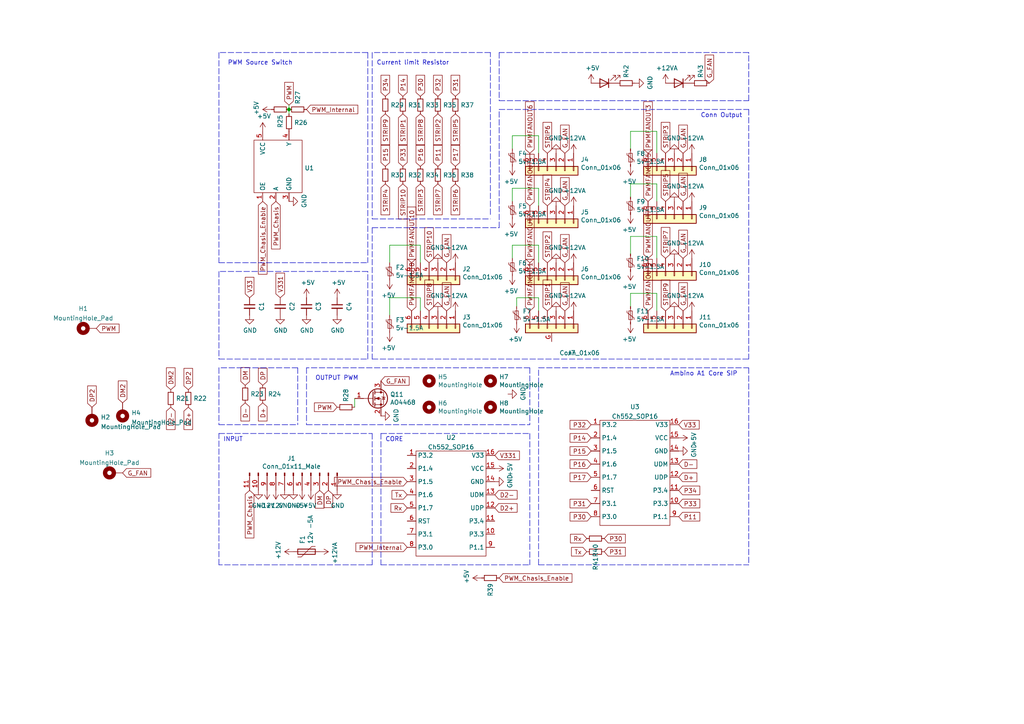
<source format=kicad_sch>
(kicad_sch (version 20211123) (generator eeschema)
  (paper "A4")
  (junction (at 83.82 31.75))
  (polyline (pts (xy 63.5 125.73) (xy 107.95 125.73)))
  (wire (pts (xy -33.02 128.27) (xy -30.48 128.27)))
  (wire (pts (xy 190.5 38.1) (xy 190.5 44.45)))
  (wire (pts (xy 182.88 73.66) (xy 182.88 68.58)))
  (polyline (pts (xy 156.21 163.83) (xy 217.17 163.83)))
  (polyline (pts (xy 110.49 125.73) (xy 153.67 125.73)))
  (polyline (pts (xy 106.68 15.24) (xy 106.68 76.2)))
  (polyline (pts (xy 153.67 106.68) (xy 88.9 106.68)))
  (polyline (pts (xy 107.95 15.24) (xy 107.95 63.5)))
  (polyline (pts (xy 144.78 66.04) (xy 144.78 31.75)))
  (polyline (pts (xy 153.67 125.73) (xy 153.67 163.83)))
  (wire (pts (xy 148.59 71.12) (xy 156.21 71.12)))
  (wire (pts (xy 148.59 39.37) (xy 156.21 39.37)))
  (wire (pts (xy -139.7 76.2) (xy -137.16 76.2)))
  (polyline (pts (xy 110.49 163.83) (xy 153.67 163.83)))
  (wire (pts (xy 148.59 58.42) (xy 148.59 54.61)))
  (polyline (pts (xy 107.95 125.73) (xy 107.95 163.83)))
  (wire (pts (xy -105.41 127) (xy -102.87 127)))
  (polyline (pts (xy 142.24 15.24) (xy 107.95 15.24)))
  (wire (pts (xy 190.5 53.34) (xy 190.5 58.42)))
  (polyline (pts (xy 217.17 15.24) (xy 144.78 15.24)))
  (polyline (pts (xy 63.5 15.24) (xy 63.5 76.2)))
  (polyline (pts (xy 106.68 104.14) (xy 106.68 78.74)))
  (wire (pts (xy -139.7 125.73) (xy -137.16 125.73)))
  (wire (pts (xy 148.59 43.18) (xy 148.59 39.37)))
  (wire (pts (xy 83.82 31.75) (xy 83.82 30.48)))
  (wire (pts (xy 182.88 38.1) (xy 190.5 38.1)))
  (polyline (pts (xy 63.5 106.68) (xy 63.5 123.19)))
  (polyline (pts (xy 156.21 106.68) (xy 217.17 106.68)))
  (wire (pts (xy -71.12 76.2) (xy -68.58 76.2)))
  (wire (pts (xy 190.5 68.58) (xy 190.5 74.93)))
  (wire (pts (xy 182.88 68.58) (xy 190.5 68.58)))
  (polyline (pts (xy 144.78 31.75) (xy 217.17 31.75)))
  (polyline (pts (xy 144.78 15.24) (xy 144.78 29.21)))
  (wire (pts (xy 156.21 39.37) (xy 156.21 44.45)))
  (wire (pts (xy 190.5 85.09) (xy 190.5 90.17)))
  (wire (pts (xy 149.86 86.36) (xy 156.21 86.36)))
  (polyline (pts (xy 88.9 123.19) (xy 153.67 123.19)))
  (polyline (pts (xy 142.24 62.23) (xy 142.24 15.24)))
  (polyline (pts (xy 63.5 123.19) (xy 86.36 123.19)))
  (wire (pts (xy 113.03 91.44) (xy 113.03 86.36)))
  (polyline (pts (xy 107.95 104.14) (xy 217.17 104.14)))
  (wire (pts (xy -105.41 76.2) (xy -102.87 76.2)))
  (wire (pts (xy 156.21 86.36) (xy 156.21 90.17)))
  (polyline (pts (xy 88.9 106.68) (xy 88.9 123.19)))
  (wire (pts (xy 182.88 88.9) (xy 182.88 85.09)))
  (wire (pts (xy 113.03 71.12) (xy 121.92 71.12)))
  (polyline (pts (xy 217.17 106.68) (xy 217.17 163.83)))
  (wire (pts (xy 156.21 54.61) (xy 156.21 59.69)))
  (polyline (pts (xy 86.36 106.68) (xy 86.36 123.19)))
  (polyline (pts (xy 63.5 163.83) (xy 63.5 125.73)))
  (polyline (pts (xy 86.36 106.68) (xy 63.5 106.68)))
  (polyline (pts (xy 63.5 104.14) (xy 106.68 104.14)))
  (wire (pts (xy 182.88 57.15) (xy 182.88 53.34)))
  (wire (pts (xy 148.59 54.61) (xy 156.21 54.61)))
  (wire (pts (xy 121.92 71.12) (xy 121.92 76.2)))
  (wire (pts (xy -172.72 76.2) (xy -170.18 76.2)))
  (wire (pts (xy -172.72 125.73) (xy -170.18 125.73)))
  (wire (pts (xy 156.21 71.12) (xy 156.21 76.2)))
  (polyline (pts (xy 144.78 29.21) (xy 217.17 29.21)))
  (wire (pts (xy 182.88 85.09) (xy 190.5 85.09)))
  (polyline (pts (xy 107.95 163.83) (xy 63.5 163.83)))
  (wire (pts (xy 182.88 53.34) (xy 190.5 53.34)))
  (polyline (pts (xy 107.95 66.04) (xy 144.78 66.04)))
  (polyline (pts (xy 63.5 78.74) (xy 63.5 104.14)))
  (wire (pts (xy 83.82 33.02) (xy 83.82 31.75)))
  (wire (pts (xy 102.87 118.11) (xy 102.87 115.57)))
  (wire (pts (xy -33.02 76.2) (xy -30.48 76.2)))
  (wire (pts (xy 148.59 74.93) (xy 148.59 71.12)))
  (wire (pts (xy -71.12 127) (xy -68.58 127)))
  (polyline (pts (xy 217.17 29.21) (xy 217.17 15.24)))
  (polyline (pts (xy 153.67 106.68) (xy 153.67 123.19)))
  (polyline (pts (xy 107.95 63.5) (xy 142.24 63.5)))
  (wire (pts (xy 113.03 86.36) (xy 121.92 86.36)))
  (wire (pts (xy 182.88 43.18) (xy 182.88 38.1)))
  (wire (pts (xy 149.86 88.9) (xy 149.86 86.36)))
  (polyline (pts (xy 110.49 125.73) (xy 110.49 163.83)))
  (polyline (pts (xy 106.68 15.24) (xy 63.5 15.24)))
  (wire (pts (xy 113.03 76.2) (xy 113.03 71.12)))
  (polyline (pts (xy 63.5 76.2) (xy 106.68 76.2)))
  (polyline (pts (xy 106.68 78.74) (xy 63.5 78.74)))
  (polyline (pts (xy 107.95 66.04) (xy 107.95 104.14)))
  (wire (pts (xy 121.92 86.36) (xy 121.92 90.17)))
  (polyline (pts (xy 217.17 31.75) (xy 217.17 104.14)))
  (polyline (pts (xy 156.21 163.83) (xy 156.21 106.68)))
  (text "Conn Output\n" (at 203.2 34.29 0) (effects (font (size 1.27 1.27)) (justify left bottom)))
  (text "Ambino A1 Core SIP" (at 194.31 109.22 0) (effects (font (size 1.27 1.27)) (justify left bottom)))
  (text "OUTPUT PWM" (at 91.44 110.49 0) (effects (font (size 1.27 1.27)) (justify left bottom)))
  (text "Current limit Resistor" (at 109.22 19.05 0) (effects (font (size 1.27 1.27)) (justify left bottom)))
  (text "CORE\n" (at 111.76 128.27 0) (effects (font (size 1.27 1.27)) (justify left bottom)))
  (text "INPUT" (at 64.77 128.27 0) (effects (font (size 1.27 1.27)) (justify left bottom)))
  (text "PWM Source Switch" (at 66.04 19.05 0) (effects (font (size 1.27 1.27)) (justify left bottom)))
  (global_label "STRIP7" (shape input) (at 193.04 74.93 90) (property "Intersheet References" "${INTERSHEET_REFS}" (effects hide)))
  (global_label "D2+" (shape input) (at 143.51 147.32 0) (property "Intersheet References" "${INTERSHEET_REFS}" (effects hide)))
  (global_label "D-" (shape input) (at 71.12 116.84 270) (property "Intersheet References" "${INTERSHEET_REFS}" (effects hide)))
  (global_label "STRIP1" (shape input) (at 158.75 90.17 90) (property "Intersheet References" "${INTERSHEET_REFS}" (effects hide)))
  (global_label "G_FAN" (shape input) (at 163.83 76.2 90) (property "Intersheet References" "${INTERSHEET_REFS}" (effects hide)))
  (global_label "V331" (shape input) (at 81.28 86.36 90) (property "Intersheet References" "${INTERSHEET_REFS}" (effects hide)))
  (global_label "PWM_Internal" (shape input) (at 118.11 158.75 180) (property "Intersheet References" "${INTERSHEET_REFS}" (effects hide)))
  (global_label "P17" (shape input) (at 171.45 138.43 180) (property "Intersheet References" "${INTERSHEET_REFS}" (effects hide)))
  (global_label "PWM_Internal" (shape input) (at 88.9 31.75 0) (property "Intersheet References" "${INTERSHEET_REFS}" (effects hide)))
  (global_label "PWMFANOUT3" (shape input) (at 187.96 44.45 90) (property "Intersheet References" "${INTERSHEET_REFS}" (effects hide)))
  (global_label "Rx" (shape input) (at 170.18 156.21 180) (property "Intersheet References" "${INTERSHEET_REFS}" (effects hide)))
  (global_label "P16" (shape input) (at 171.45 134.62 180) (property "Intersheet References" "${INTERSHEET_REFS}" (effects hide)))
  (global_label "STRIP7" (shape input) (at 127 53.34 270) (property "Intersheet References" "${INTERSHEET_REFS}" (effects hide)))
  (global_label "V33" (shape input) (at 72.39 86.36 90) (property "Intersheet References" "${INTERSHEET_REFS}" (effects hide)))
  (global_label "STRIP5" (shape input) (at 193.04 58.42 90) (property "Intersheet References" "${INTERSHEET_REFS}" (effects hide)))
  (global_label "PWMFANOUT8" (shape input) (at 119.38 90.17 90) (property "Intersheet References" "${INTERSHEET_REFS}" (effects hide)))
  (global_label "G_FAN" (shape input) (at 110.49 110.49 0) (property "Intersheet References" "${INTERSHEET_REFS}" (effects hide)))
  (global_label "STRIP5" (shape input) (at 132.08 33.02 270) (property "Intersheet References" "${INTERSHEET_REFS}" (effects hide)))
  (global_label "DP" (shape input) (at 76.2 111.76 90) (property "Intersheet References" "${INTERSHEET_REFS}" (effects hide)))
  (global_label "G_FAN" (shape input) (at 198.12 58.42 90) (property "Intersheet References" "${INTERSHEET_REFS}" (effects hide)))
  (global_label "PWM" (shape input) (at -105.41 76.2 180) (property "Intersheet References" "${INTERSHEET_REFS}" (effects hide)))
  (global_label "P30" (shape input) (at 171.45 149.86 180) (property "Intersheet References" "${INTERSHEET_REFS}" (effects hide)))
  (global_label "DP" (shape input) (at 95.25 142.24 270) (property "Intersheet References" "${INTERSHEET_REFS}" (effects hide)))
  (global_label "PWMFANOUT8" (shape input) (at -90.17 137.16 270) (property "Intersheet References" "${INTERSHEET_REFS}" (effects hide)))
  (global_label "P33" (shape input) (at 116.84 48.26 90) (property "Intersheet References" "${INTERSHEET_REFS}" (effects hide)))
  (global_label "STRIP2" (shape input) (at 127 33.02 270) (property "Intersheet References" "${INTERSHEET_REFS}" (effects hide)))
  (global_label "P32" (shape input) (at 127 27.94 90) (property "Intersheet References" "${INTERSHEET_REFS}" (effects hide)))
  (global_label "PWMFANOUT5" (shape input) (at -17.78 86.36 270) (property "Intersheet References" "${INTERSHEET_REFS}" (effects hide)))
  (global_label "D-" (shape input) (at 196.85 134.62 0) (property "Intersheet References" "${INTERSHEET_REFS}" (effects hide)))
  (global_label "STRIP4" (shape input) (at 158.75 59.69 90) (property "Intersheet References" "${INTERSHEET_REFS}" (effects hide)))
  (global_label "PWM_Chasis_Enable" (shape input) (at 144.78 167.64 0) (property "Intersheet References" "${INTERSHEET_REFS}" (effects hide)))
  (global_label "P31" (shape input) (at 171.45 146.05 180) (property "Intersheet References" "${INTERSHEET_REFS}" (effects hide)))
  (global_label "D2+" (shape input) (at 54.61 118.11 270) (property "Intersheet References" "${INTERSHEET_REFS}" (effects hide)))
  (global_label "STRIP10" (shape input) (at 116.84 53.34 270) (property "Intersheet References" "${INTERSHEET_REFS}" (effects hide)))
  (global_label "P32" (shape input) (at 171.45 123.19 180) (property "Intersheet References" "${INTERSHEET_REFS}" (effects hide)))
  (global_label "STRIP6" (shape input) (at 158.75 44.45 90) (property "Intersheet References" "${INTERSHEET_REFS}" (effects hide)))
  (global_label "P15" (shape input) (at 171.45 130.81 180) (property "Intersheet References" "${INTERSHEET_REFS}" (effects hide)))
  (global_label "DM" (shape input) (at 92.71 142.24 270) (property "Intersheet References" "${INTERSHEET_REFS}" (effects hide)))
  (global_label "PWMFANOUT5" (shape input) (at 187.96 58.42 90) (property "Intersheet References" "${INTERSHEET_REFS}" (effects hide)))
  (global_label "G_FAN" (shape input) (at 198.12 90.17 90) (property "Intersheet References" "${INTERSHEET_REFS}" (effects hide)))
  (global_label "PWMFANOUT10" (shape input) (at 119.38 76.2 90) (property "Intersheet References" "${INTERSHEET_REFS}" (effects hide)))
  (global_label "STRIP3" (shape input) (at 193.04 44.45 90) (property "Intersheet References" "${INTERSHEET_REFS}" (effects hide)))
  (global_label "DM" (shape input) (at 71.12 111.76 90) (property "Intersheet References" "${INTERSHEET_REFS}" (effects hide)))
  (global_label "STRIP8" (shape input) (at 121.92 33.02 270) (property "Intersheet References" "${INTERSHEET_REFS}" (effects hide)))
  (global_label "V33" (shape input) (at 196.85 123.19 0) (property "Intersheet References" "${INTERSHEET_REFS}" (effects hide)))
  (global_label "P17" (shape input) (at 132.08 48.26 90) (property "Intersheet References" "${INTERSHEET_REFS}" (effects hide)))
  (global_label "PWMFANOUT9" (shape input) (at -55.88 137.16 270) (property "Intersheet References" "${INTERSHEET_REFS}" (effects hide)))
  (global_label "PWM" (shape input) (at -33.02 76.2 180) (property "Intersheet References" "${INTERSHEET_REFS}" (effects hide)))
  (global_label "PWMFANOUT2" (shape input) (at -124.46 86.36 270) (property "Intersheet References" "${INTERSHEET_REFS}" (effects hide)))
  (global_label "STRIP9" (shape input) (at 193.04 90.17 90) (property "Intersheet References" "${INTERSHEET_REFS}" (effects hide)))
  (global_label "DM2" (shape input) (at 35.56 116.84 90) (property "Intersheet References" "${INTERSHEET_REFS}" (effects hide)))
  (global_label "STRIP8" (shape input) (at 124.46 90.17 90) (property "Intersheet References" "${INTERSHEET_REFS}" (effects hide)))
  (global_label "D+" (shape input) (at 76.2 116.84 270) (property "Intersheet References" "${INTERSHEET_REFS}" (effects hide)))
  (global_label "STRIP10" (shape input) (at 124.46 76.2 90) (property "Intersheet References" "${INTERSHEET_REFS}" (effects hide)))
  (global_label "PWMFANOUT3" (shape input) (at -90.17 86.36 270) (property "Intersheet References" "${INTERSHEET_REFS}" (effects hide)))
  (global_label "PWMFANOUT1" (shape input) (at -157.48 86.36 270) (property "Intersheet References" "${INTERSHEET_REFS}" (effects hide)))
  (global_label "D2-" (shape input) (at 49.53 118.11 270) (property "Intersheet References" "${INTERSHEET_REFS}" (effects hide)))
  (global_label "D+" (shape input) (at 196.85 138.43 0) (property "Intersheet References" "${INTERSHEET_REFS}" (effects hide)))
  (global_label "PWMFANOUT7" (shape input) (at -124.46 135.89 270) (property "Intersheet References" "${INTERSHEET_REFS}" (effects hide)))
  (global_label "PWM" (shape input) (at -71.12 76.2 180) (property "Intersheet References" "${INTERSHEET_REFS}" (effects hide)))
  (global_label "G_FAN" (shape input) (at 129.54 76.2 90) (property "Intersheet References" "${INTERSHEET_REFS}" (effects hide)))
  (global_label "STRIP4" (shape input) (at 111.76 53.34 270) (property "Intersheet References" "${INTERSHEET_REFS}" (effects hide)))
  (global_label "STRIP9" (shape input) (at 111.76 33.02 270) (property "Intersheet References" "${INTERSHEET_REFS}" (effects hide)))
  (global_label "PWM" (shape input) (at -139.7 125.73 180) (property "Intersheet References" "${INTERSHEET_REFS}" (effects hide)))
  (global_label "PWMFANOUT4" (shape input) (at -55.88 86.36 270) (property "Intersheet References" "${INTERSHEET_REFS}" (effects hide)))
  (global_label "Tx" (shape input) (at 170.18 160.02 180) (property "Intersheet References" "${INTERSHEET_REFS}" (effects hide)))
  (global_label "PWM" (shape input) (at 97.79 118.11 180) (property "Intersheet References" "${INTERSHEET_REFS}" (effects hide)))
  (global_label "PWMFANOUT6" (shape input) (at -157.48 135.89 270) (property "Intersheet References" "${INTERSHEET_REFS}" (effects hide)))
  (global_label "G_FAN" (shape input) (at 163.83 59.69 90) (property "Intersheet References" "${INTERSHEET_REFS}" (effects hide)))
  (global_label "PWM" (shape input) (at 27.94 95.25 0) (property "Intersheet References" "${INTERSHEET_REFS}" (effects hide)))
  (global_label "STRIP2" (shape input) (at 158.75 76.2 90) (property "Intersheet References" "${INTERSHEET_REFS}" (effects hide)))
  (global_label "DP2" (shape input) (at 54.61 113.03 90) (property "Intersheet References" "${INTERSHEET_REFS}" (effects hide)))
  (global_label "P34" (shape input) (at 196.85 142.24 0) (property "Intersheet References" "${INTERSHEET_REFS}" (effects hide)))
  (global_label "STRIP3" (shape input) (at 121.92 53.34 270) (property "Intersheet References" "${INTERSHEET_REFS}" (effects hide)))
  (global_label "V331" (shape input) (at 143.51 132.08 0) (property "Intersheet References" "${INTERSHEET_REFS}" (effects hide)))
  (global_label "P11" (shape input) (at 196.85 149.86 0) (property "Intersheet References" "${INTERSHEET_REFS}" (effects hide)))
  (global_label "Rx" (shape input) (at 118.11 147.32 180) (property "Intersheet References" "${INTERSHEET_REFS}" (effects hide)))
  (global_label "P33" (shape input) (at 196.85 146.05 0) (property "Intersheet References" "${INTERSHEET_REFS}" (effects hide)))
  (global_label "PWM_Chasis_Enable" (shape input) (at 76.2 58.42 270) (property "Intersheet References" "${INTERSHEET_REFS}" (effects hide)))
  (global_label "PWMFANOUT4" (shape input) (at 153.67 59.69 90) (property "Intersheet References" "${INTERSHEET_REFS}" (effects hide)))
  (global_label "G_FAN" (shape input) (at 163.83 90.17 90) (property "Intersheet References" "${INTERSHEET_REFS}" (effects hide)))
  (global_label "PWMFANOUT2" (shape input) (at 153.67 76.2 90) (property "Intersheet References" "${INTERSHEET_REFS}" (effects hide)))
  (global_label "PWM_Chasis" (shape input) (at 72.39 142.24 270) (property "Intersheet References" "${INTERSHEET_REFS}" (effects hide)))
  (global_label "Tx" (shape input) (at 118.11 143.51 180) (property "Intersheet References" "${INTERSHEET_REFS}" (effects hide)))
  (global_label "P15" (shape input) (at 111.76 48.26 90) (property "Intersheet References" "${INTERSHEET_REFS}" (effects hide)))
  (global_label "PWMFANOUT9" (shape input) (at 187.96 90.17 90) (property "Intersheet References" "${INTERSHEET_REFS}" (effects hide)))
  (global_label "G_FAN" (shape input) (at 129.54 90.17 90) (property "Intersheet References" "${INTERSHEET_REFS}" (effects hide)))
  (global_label "P14" (shape input) (at 171.45 127 180) (property "Intersheet References" "${INTERSHEET_REFS}" (effects hide)))
  (global_label "PWM_Chasis" (shape input) (at 80.01 58.42 270) (property "Intersheet References" "${INTERSHEET_REFS}" (effects hide)))
  (global_label "P30" (shape input) (at 121.92 27.94 90) (property "Intersheet References" "${INTERSHEET_REFS}" (effects hide)))
  (global_label "P14" (shape input) (at 116.84 27.94 90) (property "Intersheet References" "${INTERSHEET_REFS}" (effects hide)))
  (global_label "G_FAN" (shape input) (at 198.12 44.45 90) (property "Intersheet References" "${INTERSHEET_REFS}" (effects hide)))
  (global_label "PWMFANOUT7" (shape input) (at 187.96 74.93 90) (property "Intersheet References" "${INTERSHEET_REFS}" (effects hide)))
  (global_label "G_FAN" (shape input) (at 205.74 24.13 90) (property "Intersheet References" "${INTERSHEET_REFS}" (effects hide)))
  (global_label "D2-" (shape input) (at 143.51 143.51 0) (property "Intersheet References" "${INTERSHEET_REFS}" (effects hide)))
  (global_label "PWMFANOUT6" (shape input) (at 153.67 44.45 90) (property "Intersheet References" "${INTERSHEET_REFS}" (effects hide)))
  (global_label "PWM" (shape input) (at -139.7 76.2 180) (property "Intersheet References" "${INTERSHEET_REFS}" (effects hide)))
  (global_label "P11" (shape input) (at 127 48.26 90) (property "Intersheet References" "${INTERSHEET_REFS}" (effects hide)))
  (global_label "P34" (shape input) (at 111.76 27.94 90) (property "Intersheet References" "${INTERSHEET_REFS}" (effects hide)))
  (global_label "DP2" (shape input) (at 26.67 118.11 90) (property "Intersheet References" "${INTERSHEET_REFS}" (effects hide)))
  (global_label "G_FAN" (shape input) (at 35.56 137.16 0) (property "Intersheet References" "${INTERSHEET_REFS}" (effects hide)))
  (global_label "PWM" (shape input) (at 83.82 30.48 90) (property "Intersheet References" "${INTERSHEET_REFS}" (effects hide)))
  (global_label "DM2" (shape input) (at 49.53 113.03 90) (property "Intersheet References" "${INTERSHEET_REFS}" (effects hide)))
  (global_label "P31" (shape input) (at 132.08 27.94 90) (property "Intersheet References" "${INTERSHEET_REFS}" (effects hide)))
  (global_label "P16" (shape input) (at 121.92 48.26 90) (property "Intersheet References" "${INTERSHEET_REFS}" (effects hide)))
  (global_label "STRIP6" (shape input) (at 132.08 53.34 270) (property "Intersheet References" "${INTERSHEET_REFS}" (effects hide)))
  (global_label "STRIP1" (shape input) (at 116.84 33.02 270) (property "Intersheet References" "${INTERSHEET_REFS}" (effects hide)))
  (global_label "P30" (shape input) (at 175.26 156.21 0) (property "Intersheet References" "${INTERSHEET_REFS}" (effects hide)))
  (global_label "PWM" (shape input) (at -105.41 127 180) (property "Intersheet References" "${INTERSHEET_REFS}" (effects hide)))
  (global_label "PWM" (shape input) (at -172.72 125.73 180) (property "Intersheet References" "${INTERSHEET_REFS}" (effects hide)))
  (global_label "G_FAN" (shape input) (at 163.83 44.45 90) (property "Intersheet References" "${INTERSHEET_REFS}" (effects hide)))
  (global_label "PWMFANOUT10" (shape input) (at -17.78 138.43 270) (property "Intersheet References" "${INTERSHEET_REFS}" (effects hide)))
  (global_label "PWM" (shape input) (at -33.02 128.27 180) (property "Intersheet References" "${INTERSHEET_REFS}" (effects hide)))
  (global_label "P31" (shape input) (at 175.26 160.02 0) (property "Intersheet References" "${INTERSHEET_REFS}" (effects hide)))
  (global_label "PWM_Chasis_Enable" (shape input) (at 118.11 139.7 180) (property "Intersheet References" "${INTERSHEET_REFS}" (effects hide)))
  (global_label "G_FAN" (shape input) (at 198.12 74.93 90) (property "Intersheet References" "${INTERSHEET_REFS}" (effects hide)))
  (global_label "PWM" (shape input) (at -71.12 127 180) (property "Intersheet References" "${INTERSHEET_REFS}" (effects hide)))
  (global_label "PWM" (shape input) (at -172.72 76.2 180) (property "Intersheet References" "${INTERSHEET_REFS}" (effects hide)))
  (global_label "PWMFANOUT1" (shape input) (at 153.67 90.17 90) (property "Intersheet References" "${INTERSHEET_REFS}" (effects hide)))
  (symbol (lib_id "Connector_Generic:Conn_01x06") (at 127 81.28 270) (unit 1)
    (property "Reference" "J2" (at 134.112 78.0288 90) (effects (justify left)))
    (property "Value" "Conn_01x06" (at 134.112 80.3402 90) (effects (justify left)))
    (property "Footprint" "Connector_JST:JST_PH_B6B-PH-K_1x06_P2.00mm_Vertical" (effects hide))
  )
  (symbol (lib_id "Connector_Generic:Conn_01x06") (at 127 95.25 270) (unit 1)
    (property "Reference" "J3" (at 134.112 91.9988 90) (effects (justify left)))
    (property "Value" "Conn_01x06" (at 134.112 94.3102 90) (effects (justify left)))
    (property "Footprint" "Connector_JST:JST_PH_B6B-PH-K_1x06_P2.00mm_Vertical" (effects hide))
  )
  (symbol (lib_id "Connector_Generic:Conn_01x06") (at 161.29 49.53 270) (unit 1)
    (property "Reference" "J4" (at 168.402 46.2788 90) (effects (justify left)))
    (property "Value" "Conn_01x06" (at 168.402 48.5902 90) (effects (justify left)))
    (property "Footprint" "Connector_JST:JST_PH_B6B-PH-K_1x06_P2.00mm_Vertical" (effects hide))
  )
  (symbol (lib_id "Connector_Generic:Conn_01x06") (at 161.29 64.77 270) (unit 1)
    (property "Reference" "J5" (at 168.402 61.5188 90) (effects (justify left)))
    (property "Value" "Conn_01x06" (at 168.402 63.8302 90) (effects (justify left)))
    (property "Footprint" "Connector_JST:JST_PH_B6B-PH-K_1x06_P2.00mm_Vertical" (effects hide))
  )
  (symbol (lib_id "Connector_Generic:Conn_01x06") (at 161.29 81.28 270) (unit 1)
    (property "Reference" "J6" (at 168.402 78.0288 90) (effects (justify left)))
    (property "Value" "Conn_01x06" (at 168.402 80.3402 90) (effects (justify left)))
    (property "Footprint" "Connector_JST:JST_PH_B6B-PH-K_1x06_P2.00mm_Vertical" (effects hide))
  )
  (symbol (lib_name "Conn_01x06_1") (lib_id "Connector_Generic:Conn_01x06") (at 161.29 95.25 270) (unit 1)
    (property "Reference" "J7" (at 164.5412 102.362 90) (effects (justify left)))
    (property "Value" "Conn_01x06" (at 162.2298 102.362 90) (effects (justify left)))
    (property "Footprint" "Connector_JST:JST_PH_B6B-PH-K_1x06_P2.00mm_Vertical" (effects hide))
  )
  (symbol (lib_id "Connector_Generic:Conn_01x06") (at 195.58 49.53 270) (unit 1)
    (property "Reference" "J8" (at 202.692 46.2788 90) (effects (justify left)))
    (property "Value" "Conn_01x06" (at 202.692 48.5902 90) (effects (justify left)))
    (property "Footprint" "Connector_JST:JST_PH_B6B-PH-K_1x06_P2.00mm_Vertical" (effects hide))
  )
  (symbol (lib_id "Connector_Generic:Conn_01x06") (at 195.58 63.5 270) (unit 1)
    (property "Reference" "J9" (at 202.692 60.2488 90) (effects (justify left)))
    (property "Value" "Conn_01x06" (at 202.692 62.5602 90) (effects (justify left)))
    (property "Footprint" "Connector_JST:JST_PH_B6B-PH-K_1x06_P2.00mm_Vertical" (effects hide))
  )
  (symbol (lib_id "Connector_Generic:Conn_01x06") (at 195.58 80.01 270) (unit 1)
    (property "Reference" "J10" (at 202.692 76.7588 90) (effects (justify left)))
    (property "Value" "Conn_01x06" (at 202.692 79.0702 90) (effects (justify left)))
    (property "Footprint" "Connector_JST:JST_PH_B6B-PH-K_1x06_P2.00mm_Vertical" (effects hide))
  )
  (symbol (lib_id "Connector_Generic:Conn_01x06") (at 195.58 95.25 270) (unit 1)
    (property "Reference" "J11" (at 202.692 91.9988 90) (effects (justify left)))
    (property "Value" "Conn_01x06" (at 202.692 94.3102 90) (effects (justify left)))
    (property "Footprint" "Connector_JST:JST_PH_B6B-PH-K_1x06_P2.00mm_Vertical" (effects hide))
  )
  (symbol (lib_id "power:GND") (at 161.29 44.45 180) (unit 1)
    (property "Reference" "#PWR045" (effects hide))
    (property "Value" "GND" (at 161.163 40.0558 0))
  )
  (symbol (lib_id "power:GND") (at 161.29 59.69 180) (unit 1)
    (property "Reference" "#PWR046" (effects hide))
    (property "Value" "GND" (at 161.163 55.2958 0))
  )
  (symbol (lib_id "power:GND") (at 161.29 76.2 180) (unit 1)
    (property "Reference" "#PWR047" (effects hide))
    (property "Value" "GND" (at 161.163 71.8058 0))
  )
  (symbol (lib_id "power:GND") (at 161.29 90.17 180) (unit 1)
    (property "Reference" "#PWR048" (effects hide))
    (property "Value" "GND" (at 161.163 85.7758 0))
  )
  (symbol (lib_id "power:GND") (at 127 76.2 180) (unit 1)
    (property "Reference" "#PWR033" (effects hide))
    (property "Value" "GND" (at 126.873 71.8058 0))
  )
  (symbol (lib_id "power:GND") (at 127 90.17 180) (unit 1)
    (property "Reference" "#PWR034" (effects hide))
    (property "Value" "GND" (at 126.873 85.7758 0))
  )
  (symbol (lib_id "power:GND") (at 195.58 90.17 180) (unit 1)
    (property "Reference" "#PWR063" (effects hide))
    (property "Value" "GND" (at 195.453 85.7758 0))
  )
  (symbol (lib_id "power:GND") (at 195.58 74.93 180) (unit 1)
    (property "Reference" "#PWR062" (effects hide))
    (property "Value" "GND" (at 195.453 70.5358 0))
  )
  (symbol (lib_id "power:GND") (at 195.58 58.42 180) (unit 1)
    (property "Reference" "#PWR061" (effects hide))
    (property "Value" "GND" (at 195.453 54.0258 0))
  )
  (symbol (lib_id "power:GND") (at 195.58 44.45 180) (unit 1)
    (property "Reference" "#PWR060" (effects hide))
    (property "Value" "GND" (at 195.453 40.0558 0))
  )
  (symbol (lib_id "power:+5V") (at 196.85 127 270) (unit 1)
    (property "Reference" "#PWR064" (effects hide))
    (property "Value" "+5V" (at 201.2442 127.381 0))
  )
  (symbol (lib_id "power:GND") (at 196.85 130.81 90) (unit 1)
    (property "Reference" "#PWR065" (effects hide))
    (property "Value" "GND" (at 201.2442 130.683 0))
  )
  (symbol (lib_id "Transistor_FET:AO3400A") (at 107.95 115.57 0) (unit 1)
    (property "Reference" "Q11" (at 113.1316 114.4016 0) (effects (justify left)))
    (property "Value" "AO4468" (at 113.1316 116.713 0) (effects (justify left)))
    (property "Footprint" "Ambino Custom SIP:SOP-8_3.9x4.9mm_P1.27mm" (effects hide))
    (property "Datasheet" "http://www.aosmd.com/pdfs/datasheet/AO3400A.pdf" (effects hide))
  )
  (symbol (lib_id "power:GND") (at 110.49 120.65 90) (unit 1)
    (property "Reference" "#PWR030" (effects hide))
    (property "Value" "GND" (at 114.8842 120.523 0))
  )
  (symbol (lib_id "Device:R_Small") (at 71.12 114.3 0) (unit 1)
    (property "Reference" "R23" (at 72.6186 114.3 0) (effects (justify left)))
    (property "Value" "33R" (effects hide))
    (property "Footprint" "Resistor_SMD:R_0603_1608Metric" (effects hide))
  )
  (symbol (lib_id "Device:R_Small") (at 76.2 114.3 0) (unit 1)
    (property "Reference" "R24" (at 77.6986 114.3 0) (effects (justify left)))
    (property "Value" "33R" (effects hide))
    (property "Footprint" "Resistor_SMD:R_0603_1608Metric" (effects hide))
  )
  (symbol (lib_id "Device:Polyfuse_Small") (at 113.03 93.98 0) (unit 1)
    (property "Reference" "F3" (at 114.7572 92.8116 0) (effects (justify left)))
    (property "Value" "5v-1.5A" (at 114.7572 95.123 0) (effects (justify left)))
    (property "Footprint" "Fuse:Fuse_0603_1608Metric" (effects hide))
  )
  (symbol (lib_id "power:+5V") (at 113.03 96.52 180) (unit 1)
    (property "Reference" "#PWR032" (effects hide))
    (property "Value" "+5V" (at 112.649 100.9142 0))
  )
  (symbol (lib_id "Device:Polyfuse_Small") (at 113.03 78.74 0) (unit 1)
    (property "Reference" "F2" (at 114.7572 77.5716 0) (effects (justify left)))
    (property "Value" "5v-1.5A" (at 114.7572 79.883 0) (effects (justify left)))
    (property "Footprint" "Fuse:Fuse_0603_1608Metric" (effects hide))
  )
  (symbol (lib_id "power:+5V") (at 113.03 81.28 180) (unit 1)
    (property "Reference" "#PWR031" (effects hide))
    (property "Value" "+5V" (at 112.649 85.6742 0))
  )
  (symbol (lib_id "Device:Polyfuse_Small") (at 148.59 77.47 0) (unit 1)
    (property "Reference" "F6" (at 150.3172 76.3016 0) (effects (justify left)))
    (property "Value" "5v-1.5A" (at 150.3172 78.613 0) (effects (justify left)))
    (property "Footprint" "Fuse:Fuse_0603_1608Metric" (effects hide))
  )
  (symbol (lib_id "power:+5V") (at 148.59 80.01 180) (unit 1)
    (property "Reference" "#PWR043" (effects hide))
    (property "Value" "+5V" (at 148.209 84.4042 0))
  )
  (symbol (lib_id "Device:Polyfuse_Small") (at 149.86 91.44 0) (unit 1)
    (property "Reference" "F7" (at 151.5872 90.2716 0) (effects (justify left)))
    (property "Value" "5v-1.5A" (at 151.5872 92.583 0) (effects (justify left)))
    (property "Footprint" "Fuse:Fuse_0603_1608Metric" (effects hide))
  )
  (symbol (lib_id "power:+5V") (at 149.86 93.98 180) (unit 1)
    (property "Reference" "#PWR044" (effects hide))
    (property "Value" "+5V" (at 149.479 98.3742 0))
  )
  (symbol (lib_id "Device:Polyfuse_Small") (at 182.88 91.44 0) (unit 1)
    (property "Reference" "F11" (at 184.6072 90.2716 0) (effects (justify left)))
    (property "Value" "5v-1.5A" (at 184.6072 92.583 0) (effects (justify left)))
    (property "Footprint" "Fuse:Fuse_0603_1608Metric" (effects hide))
  )
  (symbol (lib_id "power:+5V") (at 182.88 93.98 180) (unit 1)
    (property "Reference" "#PWR057" (effects hide))
    (property "Value" "+5V" (at 182.499 98.3742 0))
  )
  (symbol (lib_id "Device:Polyfuse_Small") (at 182.88 76.2 0) (unit 1)
    (property "Reference" "F10" (at 184.6072 75.0316 0) (effects (justify left)))
    (property "Value" "5v-1.5A" (at 184.6072 77.343 0) (effects (justify left)))
    (property "Footprint" "Fuse:Fuse_0603_1608Metric" (effects hide))
  )
  (symbol (lib_id "power:+5V") (at 182.88 78.74 180) (unit 1)
    (property "Reference" "#PWR056" (effects hide))
    (property "Value" "+5V" (at 182.499 83.1342 0))
  )
  (symbol (lib_id "Device:Polyfuse_Small") (at 182.88 59.69 0) (unit 1)
    (property "Reference" "F9" (at 184.6072 58.5216 0) (effects (justify left)))
    (property "Value" "5v-1.5A" (at 184.6072 60.833 0) (effects (justify left)))
    (property "Footprint" "Fuse:Fuse_0603_1608Metric" (effects hide))
  )
  (symbol (lib_id "power:+5V") (at 182.88 62.23 180) (unit 1)
    (property "Reference" "#PWR055" (effects hide))
    (property "Value" "+5V" (at 182.499 66.6242 0))
  )
  (symbol (lib_id "Device:Polyfuse_Small") (at 148.59 60.96 0) (unit 1)
    (property "Reference" "F5" (at 150.3172 59.7916 0) (effects (justify left)))
    (property "Value" "5v-1.5A" (at 150.3172 62.103 0) (effects (justify left)))
    (property "Footprint" "Fuse:Fuse_0603_1608Metric" (effects hide))
  )
  (symbol (lib_id "power:+5V") (at 148.59 63.5 180) (unit 1)
    (property "Reference" "#PWR042" (effects hide))
    (property "Value" "+5V" (at 148.209 67.8942 0))
  )
  (symbol (lib_id "Device:Polyfuse_Small") (at 182.88 45.72 0) (unit 1)
    (property "Reference" "F8" (at 184.6072 44.5516 0) (effects (justify left)))
    (property "Value" "5v-1.5A" (at 184.6072 46.863 0) (effects (justify left)))
    (property "Footprint" "Fuse:Fuse_0603_1608Metric" (effects hide))
  )
  (symbol (lib_id "power:+5V") (at 182.88 48.26 180) (unit 1)
    (property "Reference" "#PWR054" (effects hide))
    (property "Value" "+5V" (at 182.499 52.6542 0))
  )
  (symbol (lib_id "Device:Polyfuse_Small") (at 148.59 45.72 0) (unit 1)
    (property "Reference" "F4" (at 150.3172 44.5516 0) (effects (justify left)))
    (property "Value" "5v-1.5A" (at 150.3172 46.863 0) (effects (justify left)))
    (property "Footprint" "Fuse:Fuse_0603_1608Metric" (effects hide))
  )
  (symbol (lib_id "power:+5V") (at 148.59 48.26 180) (unit 1)
    (property "Reference" "#PWR041" (effects hide))
    (property "Value" "+5V" (at 148.209 52.6542 0))
  )
  (symbol (lib_id "power:+12VA") (at 132.08 90.17 0) (unit 1)
    (property "Reference" "#PWR036" (effects hide))
    (property "Value" "+12VA" (at 132.461 85.7758 0))
  )
  (symbol (lib_id "power:+12VA") (at 132.08 76.2 0) (unit 1)
    (property "Reference" "#PWR035" (effects hide))
    (property "Value" "+12VA" (at 132.461 71.8058 0))
  )
  (symbol (lib_id "power:+12VA") (at 166.37 76.2 0) (unit 1)
    (property "Reference" "#PWR051" (effects hide))
    (property "Value" "+12VA" (at 166.751 71.8058 0))
  )
  (symbol (lib_id "power:+12VA") (at 166.37 90.17 0) (unit 1)
    (property "Reference" "#PWR052" (effects hide))
    (property "Value" "+12VA" (at 166.751 85.7758 0))
  )
  (symbol (lib_id "power:+12VA") (at 200.66 90.17 0) (unit 1)
    (property "Reference" "#PWR069" (effects hide))
    (property "Value" "+12VA" (at 201.041 85.7758 0))
  )
  (symbol (lib_id "power:+12VA") (at 200.66 74.93 0) (unit 1)
    (property "Reference" "#PWR068" (effects hide))
    (property "Value" "+12VA" (at 201.041 70.5358 0))
  )
  (symbol (lib_id "power:+12VA") (at 200.66 58.42 0) (unit 1)
    (property "Reference" "#PWR067" (effects hide))
    (property "Value" "+12VA" (at 201.041 54.0258 0))
  )
  (symbol (lib_id "power:+12VA") (at 200.66 44.45 0) (unit 1)
    (property "Reference" "#PWR066" (effects hide))
    (property "Value" "+12VA" (at 201.041 40.0558 0))
  )
  (symbol (lib_id "power:+12VA") (at 166.37 44.45 0) (unit 1)
    (property "Reference" "#PWR049" (effects hide))
    (property "Value" "+12VA" (at 166.751 40.0558 0))
  )
  (symbol (lib_id "power:+12VA") (at 166.37 59.69 0) (unit 1)
    (property "Reference" "#PWR050" (effects hide))
    (property "Value" "+12VA" (at 166.751 55.2958 0))
  )
  (symbol (lib_id "Device:R_Small") (at 132.08 30.48 0) (unit 1)
    (property "Reference" "R37" (at 133.5786 30.48 0) (effects (justify left)))
    (property "Value" "220R" (effects hide))
    (property "Footprint" "Resistor_SMD:R_0603_1608Metric" (effects hide))
  )
  (symbol (lib_id "Device:R_Small") (at 127 30.48 0) (unit 1)
    (property "Reference" "R35" (at 128.4986 30.48 0) (effects (justify left)))
    (property "Value" "220R" (effects hide))
    (property "Footprint" "Resistor_SMD:R_0603_1608Metric" (effects hide))
  )
  (symbol (lib_id "Device:R_Small") (at 121.92 30.48 0) (unit 1)
    (property "Reference" "R33" (at 123.4186 30.48 0) (effects (justify left)))
    (property "Value" "220R" (effects hide))
    (property "Footprint" "Resistor_SMD:R_0603_1608Metric" (effects hide))
  )
  (symbol (lib_id "Device:R_Small") (at 116.84 30.48 0) (unit 1)
    (property "Reference" "R31" (at 118.3386 30.48 0) (effects (justify left)))
    (property "Value" "220R" (effects hide))
    (property "Footprint" "Resistor_SMD:R_0603_1608Metric" (effects hide))
  )
  (symbol (lib_id "Device:R_Small") (at 132.08 50.8 0) (unit 1)
    (property "Reference" "R38" (at 133.5786 50.8 0) (effects (justify left)))
    (property "Value" "220R" (effects hide))
    (property "Footprint" "Resistor_SMD:R_0603_1608Metric" (effects hide))
  )
  (symbol (lib_id "Device:R_Small") (at 127 50.8 0) (unit 1)
    (property "Reference" "R36" (at 128.4986 50.8 0) (effects (justify left)))
    (property "Value" "220R" (effects hide))
    (property "Footprint" "Resistor_SMD:R_0603_1608Metric" (effects hide))
  )
  (symbol (lib_id "Device:R_Small") (at 121.92 50.8 0) (unit 1)
    (property "Reference" "R34" (at 123.4186 50.8 0) (effects (justify left)))
    (property "Value" "220R" (effects hide))
    (property "Footprint" "Resistor_SMD:R_0603_1608Metric" (effects hide))
  )
  (symbol (lib_id "Device:R_Small") (at 116.84 50.8 0) (unit 1)
    (property "Reference" "R32" (at 118.3386 50.8 0) (effects (justify left)))
    (property "Value" "220R" (effects hide))
    (property "Footprint" "Resistor_SMD:R_0603_1608Metric" (effects hide))
  )
  (symbol (lib_id "Device:R_Small") (at 111.76 30.48 0) (unit 1)
    (property "Reference" "R29" (at 113.2586 30.48 0) (effects (justify left)))
    (property "Value" "220R" (effects hide))
    (property "Footprint" "Resistor_SMD:R_0603_1608Metric" (effects hide))
  )
  (symbol (lib_id "Device:R_Small") (at 111.76 50.8 0) (unit 1)
    (property "Reference" "R30" (at 113.2586 50.8 0) (effects (justify left)))
    (property "Value" "220R" (effects hide))
    (property "Footprint" "Resistor_SMD:R_0603_1608Metric" (effects hide))
  )
  (symbol (lib_id "Device:C_Small") (at 72.39 88.9 0) (unit 1)
    (property "Reference" "C1" (at 75.8698 88.9 90))
    (property "Value" "104" (effects hide))
    (property "Footprint" "Capacitor_SMD:C_0603_1608Metric" (effects hide))
  )
  (symbol (lib_id "power:GND") (at 72.39 91.44 0) (unit 1)
    (property "Reference" "#PWR011" (effects hide))
    (property "Value" "GND" (at 72.517 95.8342 0))
  )
  (symbol (lib_id "Connector:Conn_01x11_Male") (at 85.09 137.16 270) (unit 1)
    (property "Reference" "J1" (at 84.5312 132.969 90))
    (property "Value" "Conn_01x11_Male" (at 84.5312 135.2804 90))
    (property "Footprint" "Connector_JST:JST_PH_S11B-PH-SM4-TB_1x11-1MP_P2.00mm_Horizontal" (effects hide))
  )
  (symbol (lib_id "Device:C_Small") (at 88.9 88.9 0) (unit 1)
    (property "Reference" "C3" (at 92.3798 88.9 90))
    (property "Value" "106" (effects hide))
    (property "Footprint" "Capacitor_SMD:C_0603_1608Metric" (effects hide))
  )
  (symbol (lib_id "power:+5V") (at 88.9 86.36 0) (unit 1)
    (property "Reference" "#PWR023" (effects hide))
    (property "Value" "+5V" (at 89.281 81.9658 0))
  )
  (symbol (lib_id "power:GND") (at 88.9 91.44 0) (unit 1)
    (property "Reference" "#PWR024" (effects hide))
    (property "Value" "GND" (at 89.027 95.8342 0))
  )
  (symbol (lib_id "power:GND") (at 74.93 142.24 0) (unit 1)
    (property "Reference" "#PWR012" (effects hide))
    (property "Value" "GND" (at 75.057 146.6342 0))
  )
  (symbol (lib_id "Device:Polyfuse") (at 88.9 160.02 90) (unit 1)
    (property "Reference" "F1" (at 87.7316 157.7848 0) (effects (justify left)))
    (property "Value" "12v -5A" (at 90.043 157.7848 0) (effects (justify left)))
    (property "Footprint" "Fuse:Fuse_1206_3216Metric" (effects hide))
  )
  (symbol (lib_id "power:+12V") (at 85.09 160.02 90) (unit 1)
    (property "Reference" "#PWR021" (effects hide))
    (property "Value" "+12V" (at 80.6958 159.639 0))
  )
  (symbol (lib_id "power:+12VA") (at 92.71 160.02 270) (unit 1)
    (property "Reference" "#PWR026" (effects hide))
    (property "Value" "+12VA" (at 97.1042 160.401 0))
  )
  (symbol (lib_id "power:+12V") (at 77.47 142.24 180) (unit 1)
    (property "Reference" "#PWR014" (effects hide))
    (property "Value" "+12V" (at 77.089 146.6342 0))
  )
  (symbol (lib_id "power:+12V") (at 80.01 142.24 180) (unit 1)
    (property "Reference" "#PWR016" (effects hide))
    (property "Value" "+12V" (at 79.629 146.6342 0))
  )
  (symbol (lib_id "power:+5V") (at 90.17 142.24 180) (unit 1)
    (property "Reference" "#PWR025" (effects hide))
    (property "Value" "+5V" (at 89.789 146.6342 0))
  )
  (symbol (lib_id "power:+5V") (at 87.63 142.24 180) (unit 1)
    (property "Reference" "#PWR022" (effects hide))
    (property "Value" "+5V" (at 87.249 146.6342 0))
  )
  (symbol (lib_id "power:GND") (at 97.79 142.24 0) (unit 1)
    (property "Reference" "#PWR029" (effects hide))
    (property "Value" "GND" (at 97.917 146.6342 0))
  )
  (symbol (lib_id "power:GND") (at 85.09 142.24 0) (unit 1)
    (property "Reference" "#PWR020" (effects hide))
    (property "Value" "GND" (at 85.217 146.6342 0))
  )
  (symbol (lib_id "power:GND") (at 82.55 142.24 0) (unit 1)
    (property "Reference" "#PWR018" (effects hide))
    (property "Value" "GND" (at 82.677 146.6342 0))
  )
  (symbol (lib_id "Mechanical:MountingHole") (at 124.46 110.49 0) (unit 1)
    (property "Reference" "H5" (at 127 109.3216 0) (effects (justify left)))
    (property "Value" "MountingHole" (at 127 111.633 0) (effects (justify left)))
    (property "Footprint" "Mounting_Wuerth:Mounting_Wuerth_WA-SMSI-M2_H1.5mm_9774015243" (effects hide))
  )
  (symbol (lib_id "Mechanical:MountingHole") (at 124.46 118.11 0) (unit 1)
    (property "Reference" "H6" (at 127 116.9416 0) (effects (justify left)))
    (property "Value" "MountingHole" (at 127 119.253 0) (effects (justify left)))
    (property "Footprint" "Mounting_Wuerth:Mounting_Wuerth_WA-SMSI-M2_H1.5mm_9774015243" (effects hide))
  )
  (symbol (lib_id "Mechanical:MountingHole") (at 142.24 110.49 0) (unit 1)
    (property "Reference" "H7" (at 144.78 109.3216 0) (effects (justify left)))
    (property "Value" "MountingHole" (at 144.78 111.633 0) (effects (justify left)))
    (property "Footprint" "Mounting_Wuerth:Mounting_Wuerth_WA-SMSI-M2_H1.5mm_9774015243" (effects hide))
  )
  (symbol (lib_id "Mechanical:MountingHole") (at 142.24 118.11 0) (unit 1)
    (property "Reference" "H8" (at 144.78 116.9416 0) (effects (justify left)))
    (property "Value" "MountingHole" (at 144.78 119.253 0) (effects (justify left)))
    (property "Footprint" "Mounting_Wuerth:Mounting_Wuerth_WA-SMSI-M2_H1.5mm_9774015243" (effects hide))
  )
  (symbol (lib_id "Device:R_Small") (at 181.61 24.13 90) (unit 1)
    (property "Reference" "R42" (at 181.61 22.6314 0) (effects (justify left)))
    (property "Value" "330R" (effects hide))
    (property "Footprint" "Resistor_SMD:R_0603_1608Metric" (effects hide))
  )
  (symbol (lib_id "power:GND") (at 184.15 24.13 90) (unit 1)
    (property "Reference" "#PWR058" (effects hide))
    (property "Value" "GND" (at 188.5442 24.003 0))
  )
  (symbol (lib_id "Device:LED") (at 175.26 24.13 180) (unit 1)
    (property "Reference" "D1" (effects hide))
    (property "Value" "LED_BLUE" (effects hide))
    (property "Footprint" "LED_SMD:LED_0603_1608Metric" (effects hide))
  )
  (symbol (lib_id "power:+5V") (at 171.45 24.13 0) (unit 1)
    (property "Reference" "#PWR053" (effects hide))
    (property "Value" "+5V" (at 171.831 19.7358 0))
  )
  (symbol (lib_id "Device:R_Small") (at 203.2 24.13 90) (unit 1)
    (property "Reference" "R43" (at 203.2 22.6314 0) (effects (justify left)))
    (property "Value" "1K" (effects hide))
    (property "Footprint" "Resistor_SMD:R_0603_1608Metric" (effects hide))
  )
  (symbol (lib_id "Device:LED") (at 196.85 24.13 180) (unit 1)
    (property "Reference" "D2" (effects hide))
    (property "Value" "LED_GREEN" (effects hide))
    (property "Footprint" "LED_SMD:LED_0603_1608Metric" (effects hide))
  )
  (symbol (lib_id "Device:R_Small") (at 100.33 118.11 90) (unit 1)
    (property "Reference" "R28" (at 100.33 116.6114 0) (effects (justify left)))
    (property "Value" "150R" (effects hide))
    (property "Footprint" "Resistor_SMD:R_0603_1608Metric" (effects hide))
  )
  (symbol (lib_id "Device:R_Small") (at -27.94 128.27 90) (unit 1)
    (property "Reference" "R18" (at -27.94 126.7714 0) (effects (justify left)))
    (property "Value" "150R" (effects hide))
    (property "Footprint" "Resistor_SMD:R_0603_1608Metric" (effects hide))
  )
  (symbol (lib_id "power:+5V") (at 143.51 135.89 270) (unit 1)
    (property "Reference" "#PWR038" (effects hide))
    (property "Value" "+5V" (at 147.9042 136.271 0))
  )
  (symbol (lib_id "power:GND") (at 97.79 91.44 0) (unit 1)
    (property "Reference" "#PWR028" (effects hide))
    (property "Value" "GND" (at 97.917 95.8342 0))
  )
  (symbol (lib_id "Device:R_Small") (at -27.94 76.2 90) (unit 1)
    (property "Reference" "R17" (at -27.94 74.7014 0) (effects (justify left)))
    (property "Value" "150R" (effects hide))
    (property "Footprint" "Resistor_SMD:R_0603_1608Metric" (effects hide))
  )
  (symbol (lib_id "power:+5V") (at -124.46 120.65 0) (unit 1)
    (property "Reference" "#PWR04" (effects hide))
    (property "Value" "+5V" (at -124.079 116.2558 0))
  )
  (symbol (lib_id "Transistor_BJT:MMBT3904") (at -20.32 128.27 0) (unit 1)
    (property "Reference" "Q10" (at -12.2641 128.27 90))
    (property "Value" "MMBT3904" (at -15.0392 128.27 90))
    (property "Footprint" "Package_TO_SOT_SMD:SOT-23" (effects hide))
    (property "Datasheet" "https://www.onsemi.com/pub/Collateral/2N3903-D.PDF" (effects hide))
  )
  (symbol (lib_id "Device:R_Small") (at -167.64 76.2 90) (unit 1)
    (property "Reference" "R1" (at -167.64 74.7014 0) (effects (justify left)))
    (property "Value" "150R" (effects hide))
    (property "Footprint" "Resistor_SMD:R_0603_1608Metric" (effects hide))
  )
  (symbol (lib_id "Device:R_Small") (at 83.82 35.56 0) (unit 1)
    (property "Reference" "R26" (at 85.3186 35.56 0) (effects (justify left)))
    (property "Value" "150R" (effects hide))
    (property "Footprint" "Resistor_SMD:R_0603_1608Metric" (effects hide))
  )
  (symbol (lib_id "power:+5V") (at -157.48 120.65 0) (unit 1)
    (property "Reference" "#PWR02" (effects hide))
    (property "Value" "+5V" (at -157.099 116.2558 0))
  )
  (symbol (lib_id "Device:R_Small") (at 172.72 160.02 270) (unit 1)
    (property "Reference" "R41" (at 172.72 161.5186 0) (effects (justify left)))
    (property "Value" "220R" (effects hide))
    (property "Footprint" "Resistor_SMD:R_0603_1608Metric" (effects hide))
  )
  (symbol (lib_id "Device:R_Small") (at -157.48 133.35 180) (unit 1)
    (property "Reference" "R4" (at -158.9786 133.35 0) (effects (justify left)))
    (property "Value" "220R" (effects hide))
    (property "Footprint" "Resistor_SMD:R_0603_1608Metric" (effects hide))
  )
  (symbol (lib_id "Device:R_Small") (at 142.24 167.64 270) (unit 1)
    (property "Reference" "R39" (at 142.24 169.1386 0) (effects (justify left)))
    (property "Value" "10k" (effects hide))
    (property "Footprint" "Resistor_SMD:R_0603_1608Metric" (effects hide))
  )
  (symbol (lib_id "Device:R_Small") (at 81.28 31.75 270) (unit 1)
    (property "Reference" "R25" (at 81.28 33.2486 0) (effects (justify left)))
    (property "Value" "10k" (effects hide))
    (property "Footprint" "Resistor_SMD:R_0603_1608Metric" (effects hide))
  )
  (symbol (lib_id "Transistor_BJT:MMBT3904") (at -127 125.73 0) (unit 1)
    (property "Reference" "Q4" (at -118.9441 125.73 90))
    (property "Value" "MMBT3904" (at -121.7192 125.73 90))
    (property "Footprint" "Package_TO_SOT_SMD:SOT-23" (effects hide))
    (property "Datasheet" "https://www.onsemi.com/pub/Collateral/2N3903-D.PDF" (effects hide))
  )
  (symbol (lib_id "Transistor_BJT:MMBT3904") (at -20.32 76.2 0) (unit 1)
    (property "Reference" "Q9" (at -12.2641 76.2 90))
    (property "Value" "MMBT3904" (at -15.0392 76.2 90))
    (property "Footprint" "Package_TO_SOT_SMD:SOT-23" (effects hide))
    (property "Datasheet" "https://www.onsemi.com/pub/Collateral/2N3903-D.PDF" (effects hide))
  )
  (symbol (lib_id "power:+5V") (at 76.2 38.1 0) (unit 1)
    (property "Reference" "#PWR013" (effects hide))
    (property "Value" "+5V" (at 76.581 33.7058 0))
  )
  (symbol (lib_id "Device:R_Small") (at 54.61 115.57 0) (unit 1)
    (property "Reference" "R22" (at 56.1086 115.57 0) (effects (justify left)))
    (property "Value" "33R" (effects hide))
    (property "Footprint" "Resistor_SMD:R_0603_1608Metric" (effects hide))
  )
  (symbol (lib_id "Device:R_Small") (at -124.46 83.82 180) (unit 1)
    (property "Reference" "R7" (at -125.9586 83.82 0) (effects (justify left)))
    (property "Value" "220R" (effects hide))
    (property "Footprint" "Resistor_SMD:R_0603_1608Metric" (effects hide))
  )
  (symbol (lib_id "Device:R_Small") (at -17.78 135.89 180) (unit 1)
    (property "Reference" "R20" (at -19.2786 135.89 0) (effects (justify left)))
    (property "Value" "220R" (effects hide))
    (property "Footprint" "Resistor_SMD:R_0603_1608Metric" (effects hide))
  )
  (symbol (lib_id "Device:R_Small") (at -167.64 125.73 90) (unit 1)
    (property "Reference" "R2" (at -167.64 124.2314 0) (effects (justify left)))
    (property "Value" "150R" (effects hide))
    (property "Footprint" "Resistor_SMD:R_0603_1608Metric" (effects hide))
  )
  (symbol (lib_id "Device:R_Small") (at -100.33 76.2 90) (unit 1)
    (property "Reference" "R9" (at -100.33 74.7014 0) (effects (justify left)))
    (property "Value" "150R" (effects hide))
    (property "Footprint" "Resistor_SMD:R_0603_1608Metric" (effects hide))
  )
  (symbol (lib_id "power:+5V") (at 78.74 31.75 90) (unit 1)
    (property "Reference" "#PWR015" (effects hide))
    (property "Value" "+5V" (at 74.3458 31.369 0))
  )
  (symbol (lib_id "Device:R_Small") (at -66.04 127 90) (unit 1)
    (property "Reference" "R14" (at -66.04 125.5014 0) (effects (justify left)))
    (property "Value" "150R" (effects hide))
    (property "Footprint" "Resistor_SMD:R_0603_1608Metric" (effects hide))
  )
  (symbol (lib_id "Transistor_BJT:MMBT3904") (at -92.71 127 0) (unit 1)
    (property "Reference" "Q6" (at -84.6541 127 90))
    (property "Value" "MMBT3904" (at -87.4292 127 90))
    (property "Footprint" "Package_TO_SOT_SMD:SOT-23" (effects hide))
    (property "Datasheet" "https://www.onsemi.com/pub/Collateral/2N3903-D.PDF" (effects hide))
  )
  (symbol (lib_id "Transistor_BJT:MMBT3904") (at -160.02 125.73 0) (unit 1)
    (property "Reference" "Q2" (at -151.9641 125.73 90))
    (property "Value" "MMBT3904" (at -154.7392 125.73 90))
    (property "Footprint" "Package_TO_SOT_SMD:SOT-23" (effects hide))
    (property "Datasheet" "https://www.onsemi.com/pub/Collateral/2N3903-D.PDF" (effects hide))
  )
  (symbol (lib_id "SN74AHC1G125DBVR:SN74AHC1G125DBVR") (at 68.58 48.26 90) (unit 1)
    (property "Reference" "U1" (at 88.3412 48.739 90) (effects (justify right)))
    (property "Value" "SN74AHC1G125DBVR" (effects hide))
    (property "Footprint" "Ambino Custom SIP:SOT-23-5" (effects hide))
  )
  (symbol (lib_id "power:GND") (at 83.82 58.42 90) (unit 1)
    (property "Reference" "#PWR019" (effects hide))
    (property "Value" "GND" (at 88.2142 58.293 0))
  )
  (symbol (lib_id "Ch552G:Ch552_SOP16") (at 130.81 128.27 0) (unit 1)
    (property "Reference" "U2" (at 130.81 126.8943 0))
    (property "Value" "Ch552_SOP16" (at 130.81 129.6694 0))
    (property "Footprint" "Package_SO:SOP-16_3.9x9.9mm_P1.27mm" (effects hide))
  )
  (symbol (lib_id "Device:R_Small") (at -134.62 76.2 90) (unit 1)
    (property "Reference" "R5" (at -134.62 74.7014 0) (effects (justify left)))
    (property "Value" "150R" (effects hide))
    (property "Footprint" "Resistor_SMD:R_0603_1608Metric" (effects hide))
  )
  (symbol (lib_id "Device:R_Small") (at 172.72 156.21 270) (unit 1)
    (property "Reference" "R40" (at 172.72 157.7086 0) (effects (justify left)))
    (property "Value" "220R" (effects hide))
    (property "Footprint" "Resistor_SMD:R_0603_1608Metric" (effects hide))
  )
  (symbol (lib_id "power:+5V") (at -17.78 71.12 0) (unit 1)
    (property "Reference" "#PWR09" (effects hide))
    (property "Value" "+5V" (at -17.399 66.7258 0))
  )
  (symbol (lib_id "Transistor_BJT:MMBT3904") (at -160.02 76.2 0) (unit 1)
    (property "Reference" "Q1" (at -151.9641 76.2 90))
    (property "Value" "MMBT3904" (at -154.7392 76.2 90))
    (property "Footprint" "Package_TO_SOT_SMD:SOT-23" (effects hide))
    (property "Datasheet" "https://www.onsemi.com/pub/Collateral/2N3903-D.PDF" (effects hide))
  )
  (symbol (lib_id "power:+5V") (at -90.17 121.92 0) (unit 1)
    (property "Reference" "#PWR06" (effects hide))
    (property "Value" "+5V" (at -89.789 117.5258 0))
  )
  (symbol (lib_id "power:+5V") (at -55.88 71.12 0) (unit 1)
    (property "Reference" "#PWR07" (effects hide))
    (property "Value" "+5V" (at -55.499 66.7258 0))
  )
  (symbol (lib_id "Device:R_Small") (at -100.33 127 90) (unit 1)
    (property "Reference" "R10" (at -100.33 125.5014 0) (effects (justify left)))
    (property "Value" "150R" (effects hide))
    (property "Footprint" "Resistor_SMD:R_0603_1608Metric" (effects hide))
  )
  (symbol (lib_id "Device:R_Small") (at 49.53 115.57 0) (unit 1)
    (property "Reference" "R21" (at 51.0286 115.57 0) (effects (justify left)))
    (property "Value" "33R" (effects hide))
    (property "Footprint" "Resistor_SMD:R_0603_1608Metric" (effects hide))
  )
  (symbol (lib_id "Device:R_Small") (at -124.46 133.35 180) (unit 1)
    (property "Reference" "R8" (at -125.9586 133.35 0) (effects (justify left)))
    (property "Value" "220R" (effects hide))
    (property "Footprint" "Resistor_SMD:R_0603_1608Metric" (effects hide))
  )
  (symbol (lib_id "Device:R_Small") (at -55.88 134.62 180) (unit 1)
    (property "Reference" "R16" (at -57.3786 134.62 0) (effects (justify left)))
    (property "Value" "220R" (effects hide))
    (property "Footprint" "Resistor_SMD:R_0603_1608Metric" (effects hide))
  )
  (symbol (lib_id "power:+5V") (at -55.88 121.92 0) (unit 1)
    (property "Reference" "#PWR08" (effects hide))
    (property "Value" "+5V" (at -55.499 117.5258 0))
  )
  (symbol (lib_id "Transistor_BJT:MMBT3904") (at -92.71 76.2 0) (unit 1)
    (property "Reference" "Q5" (at -84.6541 76.2 90))
    (property "Value" "MMBT3904" (at -87.4292 76.2 90))
    (property "Footprint" "Package_TO_SOT_SMD:SOT-23" (effects hide))
    (property "Datasheet" "https://www.onsemi.com/pub/Collateral/2N3903-D.PDF" (effects hide))
  )
  (symbol (lib_id "Transistor_BJT:MMBT3904") (at -58.42 76.2 0) (unit 1)
    (property "Reference" "Q7" (at -50.3641 76.2 90))
    (property "Value" "MMBT3904" (at -53.1392 76.2 90))
    (property "Footprint" "Package_TO_SOT_SMD:SOT-23" (effects hide))
    (property "Datasheet" "https://www.onsemi.com/pub/Collateral/2N3903-D.PDF" (effects hide))
  )
  (symbol (lib_id "Device:R_Small") (at -157.48 83.82 180) (unit 1)
    (property "Reference" "R3" (at -158.9786 83.82 0) (effects (justify left)))
    (property "Value" "220R" (effects hide))
    (property "Footprint" "Resistor_SMD:R_0603_1608Metric" (effects hide))
  )
  (symbol (lib_id "power:+12VA") (at 193.04 24.13 0) (unit 1)
    (property "Reference" "#PWR059" (effects hide))
    (property "Value" "+12VA" (at 193.421 19.7358 0))
  )
  (symbol (lib_id "power:GND") (at 143.51 139.7 90) (unit 1)
    (property "Reference" "#PWR039" (effects hide))
    (property "Value" "GND" (at 147.9042 139.573 0))
  )
  (symbol (lib_id "Device:R_Small") (at -55.88 83.82 180) (unit 1)
    (property "Reference" "R15" (at -57.3786 83.82 0) (effects (justify left)))
    (property "Value" "220R" (effects hide))
    (property "Footprint" "Resistor_SMD:R_0603_1608Metric" (effects hide))
  )
  (symbol (lib_id "Device:R_Small") (at 86.36 31.75 90) (unit 1)
    (property "Reference" "R27" (at 86.36 30.2514 0) (effects (justify left)))
    (property "Value" "150R" (effects hide))
    (property "Footprint" "Resistor_SMD:R_0603_1608Metric" (effects hide))
  )
  (symbol (lib_id "Device:R_Small") (at -134.62 125.73 90) (unit 1)
    (property "Reference" "R6" (at -134.62 124.2314 0) (effects (justify left)))
    (property "Value" "150R" (effects hide))
    (property "Footprint" "Resistor_SMD:R_0603_1608Metric" (effects hide))
  )
  (symbol (lib_id "power:+5V") (at 97.79 86.36 0) (unit 1)
    (property "Reference" "#PWR027" (effects hide))
    (property "Value" "+5V" (at 98.171 81.9658 0))
  )
  (symbol (lib_id "Device:C_Small") (at 81.28 88.9 0) (unit 1)
    (property "Reference" "C2" (at 84.7598 88.9 90))
    (property "Value" "104" (effects hide))
    (property "Footprint" "Capacitor_SMD:C_0603_1608Metric" (effects hide))
  )
  (symbol (lib_id "Device:C_Small") (at 97.79 88.9 0) (unit 1)
    (property "Reference" "C4" (at 101.2698 88.9 90))
    (property "Value" "106" (effects hide))
    (property "Footprint" "Capacitor_SMD:C_0603_1608Metric" (effects hide))
  )
  (symbol (lib_id "power:GND") (at 147.32 114.3 90) (unit 1)
    (property "Reference" "#PWR040" (effects hide))
    (property "Value" "GND" (at 151.7142 114.173 0))
  )
  (symbol (lib_id "Transistor_BJT:MMBT3904") (at -58.42 127 0) (unit 1)
    (property "Reference" "Q8" (at -50.3641 127 90))
    (property "Value" "MMBT3904" (at -53.1392 127 90))
    (property "Footprint" "Package_TO_SOT_SMD:SOT-23" (effects hide))
    (property "Datasheet" "https://www.onsemi.com/pub/Collateral/2N3903-D.PDF" (effects hide))
  )
  (symbol (lib_id "Device:R_Small") (at -90.17 134.62 180) (unit 1)
    (property "Reference" "R12" (at -91.6686 134.62 0) (effects (justify left)))
    (property "Value" "220R" (effects hide))
    (property "Footprint" "Resistor_SMD:R_0603_1608Metric" (effects hide))
  )
  (symbol (lib_id "power:+5V") (at -157.48 71.12 0) (unit 1)
    (property "Reference" "#PWR01" (effects hide))
    (property "Value" "+5V" (at -157.099 66.7258 0))
  )
  (symbol (lib_id "power:+5V") (at -17.78 123.19 0) (unit 1)
    (property "Reference" "#PWR010" (effects hide))
    (property "Value" "+5V" (at -17.399 118.7958 0))
  )
  (symbol (lib_id "Ch552G:Ch552_SOP16") (at 184.15 119.38 0) (unit 1)
    (property "Reference" "U3" (at 184.15 118.0043 0))
    (property "Value" "Ch552_SOP16" (at 184.15 120.7794 0))
    (property "Footprint" "Package_SO:SOP-16_3.9x9.9mm_P1.27mm" (effects hide))
  )
  (symbol (lib_id "Mechanical:MountingHole_Pad") (at 26.67 120.65 180) (unit 1)
    (property "Reference" "H2" (at 29.21 121.0115 0) (effects (justify right)))
    (property "Value" "MountingHole_Pad" (at 29.21 123.7866 0) (effects (justify right)))
    (property "Footprint" "MountingHole:MountingHole_2.2mm_M2_DIN965_Pad" (effects hide))
  )
  (symbol (lib_id "power:+5V") (at 139.7 167.64 90) (unit 1)
    (property "Reference" "#PWR037" (effects hide))
    (property "Value" "+5V" (at 135.3058 167.259 0))
  )
  (symbol (lib_id "Device:R_Small") (at -17.78 83.82 180) (unit 1)
    (property "Reference" "R19" (at -19.2786 83.82 0) (effects (justify left)))
    (property "Value" "220R" (effects hide))
    (property "Footprint" "Resistor_SMD:R_0603_1608Metric" (effects hide))
  )
  (symbol (lib_id "Mechanical:MountingHole_Pad") (at 25.4 95.25 90) (unit 1)
    (property "Reference" "H1" (at 24.13 89.5055 90))
    (property "Value" "MountingHole_Pad" (at 24.13 92.2806 90))
    (property "Footprint" "MountingHole:MountingHole_2.2mm_M2_DIN965_Pad" (effects hide))
  )
  (symbol (lib_id "power:+5V") (at -124.46 71.12 0) (unit 1)
    (property "Reference" "#PWR03" (effects hide))
    (property "Value" "+5V" (at -124.079 66.7258 0))
  )
  (symbol (lib_id "Mechanical:MountingHole_Pad") (at 33.02 137.16 90) (unit 1)
    (property "Reference" "H3" (at 31.75 131.4155 90))
    (property "Value" "MountingHole_Pad" (at 31.75 134.1906 90))
    (property "Footprint" "MountingHole:MountingHole_2.2mm_M2_DIN965_Pad" (effects hide))
  )
  (symbol (lib_id "power:+5V") (at -90.17 71.12 0) (unit 1)
    (property "Reference" "#PWR05" (effects hide))
    (property "Value" "+5V" (at -89.789 66.7258 0))
  )
  (symbol (lib_id "Mechanical:MountingHole_Pad") (at 35.56 119.38 180) (unit 1)
    (property "Reference" "H4" (at 38.1 119.7415 0) (effects (justify right)))
    (property "Value" "MountingHole_Pad" (at 38.1 122.5166 0) (effects (justify right)))
    (property "Footprint" "MountingHole:MountingHole_2.2mm_M2_DIN965_Pad" (effects hide))
  )
  (symbol (lib_id "power:GND") (at 81.28 91.44 0) (unit 1)
    (property "Reference" "#PWR017" (effects hide))
    (property "Value" "GND" (at 81.407 95.8342 0))
  )
  (symbol (lib_id "Device:R_Small") (at -66.04 76.2 90) (unit 1)
    (property "Reference" "R13" (at -66.04 74.7014 0) (effects (justify left)))
    (property "Value" "150R" (effects hide))
    (property "Footprint" "Resistor_SMD:R_0603_1608Metric" (effects hide))
  )
  (symbol (lib_id "Transistor_BJT:MMBT3904") (at -127 76.2 0) (unit 1)
    (property "Reference" "Q3" (at -118.9441 76.2 90))
    (property "Value" "MMBT3904" (at -121.7192 76.2 90))
    (property "Footprint" "Package_TO_SOT_SMD:SOT-23" (effects hide))
    (property "Datasheet" "https://www.onsemi.com/pub/Collateral/2N3903-D.PDF" (effects hide))
  )
  (symbol (lib_id "Device:R_Small") (at -90.17 83.82 180) (unit 1)
    (property "Reference" "R11" (at -91.6686 83.82 0) (effects (justify left)))
    (property "Value" "220R" (effects hide))
    (property "Footprint" "Resistor_SMD:R_0603_1608Metric" (effects hide))
  )
)
</source>
